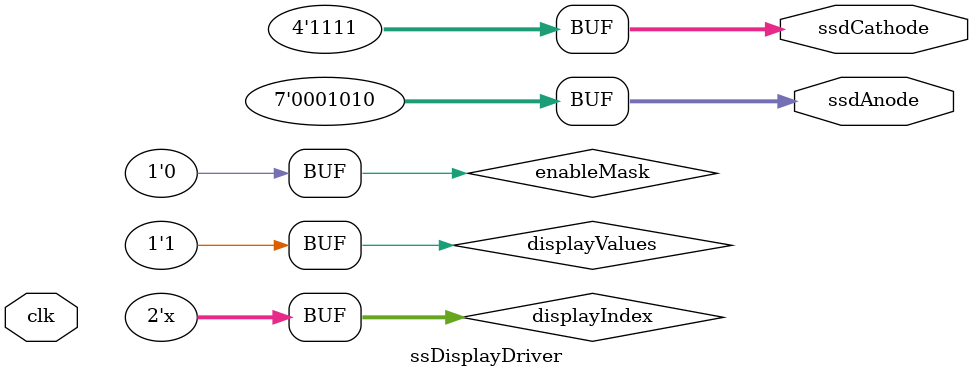
<source format=v>
module ssDisplayDriver(
    input wire clk,
//    input wire [3:0] enableMask,            // Which displays are enabled
//    input wire [27:0] displayValues,        // 4 digits: {disp3, disp2, disp1, disp0}
    output reg [6:0] ssdAnode,             // Segment control
    output reg [3:0] ssdCathode             // Digit selector (active low)
);

reg displayValues = 28'b101010101010101010101010101;
reg enableMask = 4'b1010;
// Beat signal from clock divider
wire beat;

clockDividerHB clk_div_inst (
    .clk(clk),
    .reset(1'b0),
    .dividedClk(),      // Not used
    .enable(1'b1),
    .beat(beat)     
);

// Counter to cycle through displays
reg [1:0] displayIndex;

always @(posedge beat) begin
    displayIndex <= displayIndex + 1;
end

always @(*) begin
    // Default to all off
    ssdCathode = 4'b1111;
    ssdAnode = 4'd10; // undefined

    case (displayIndex)
        2'd0: begin
            if (enableMask[0]) begin
                ssdAnode = displayValues[6:0];
                ssdCathode = 4'b1110;
            end
        end
        2'd1: begin
            if (enableMask[1]) begin
                ssdAnode = displayValues[13:7];
                ssdCathode = 4'b1101;
            end
        end
        2'd2: begin
            if (enableMask[2]) begin
                ssdAnode = displayValues[20:14];
                ssdCathode = 4'b1011;
            end
        end
        2'd3: begin
            if (enableMask[3]) begin
                ssdAnode = displayValues[27:21];
                ssdCathode = 4'b0111;
                displayIndex = 2'd0;
            end
        end
    endcase
end


endmodule

</source>
